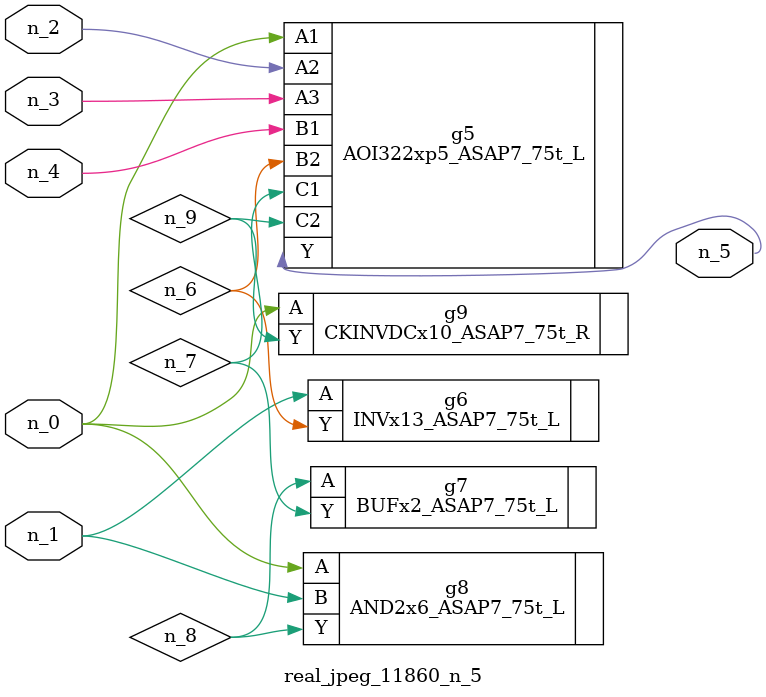
<source format=v>
module real_jpeg_11860_n_5 (n_4, n_0, n_1, n_2, n_3, n_5);

input n_4;
input n_0;
input n_1;
input n_2;
input n_3;

output n_5;

wire n_8;
wire n_6;
wire n_7;
wire n_9;

AOI322xp5_ASAP7_75t_L g5 ( 
.A1(n_0),
.A2(n_2),
.A3(n_3),
.B1(n_4),
.B2(n_6),
.C1(n_7),
.C2(n_9),
.Y(n_5)
);

AND2x6_ASAP7_75t_L g8 ( 
.A(n_0),
.B(n_1),
.Y(n_8)
);

CKINVDCx10_ASAP7_75t_R g9 ( 
.A(n_0),
.Y(n_9)
);

INVx13_ASAP7_75t_L g6 ( 
.A(n_1),
.Y(n_6)
);

BUFx2_ASAP7_75t_L g7 ( 
.A(n_8),
.Y(n_7)
);


endmodule
</source>
